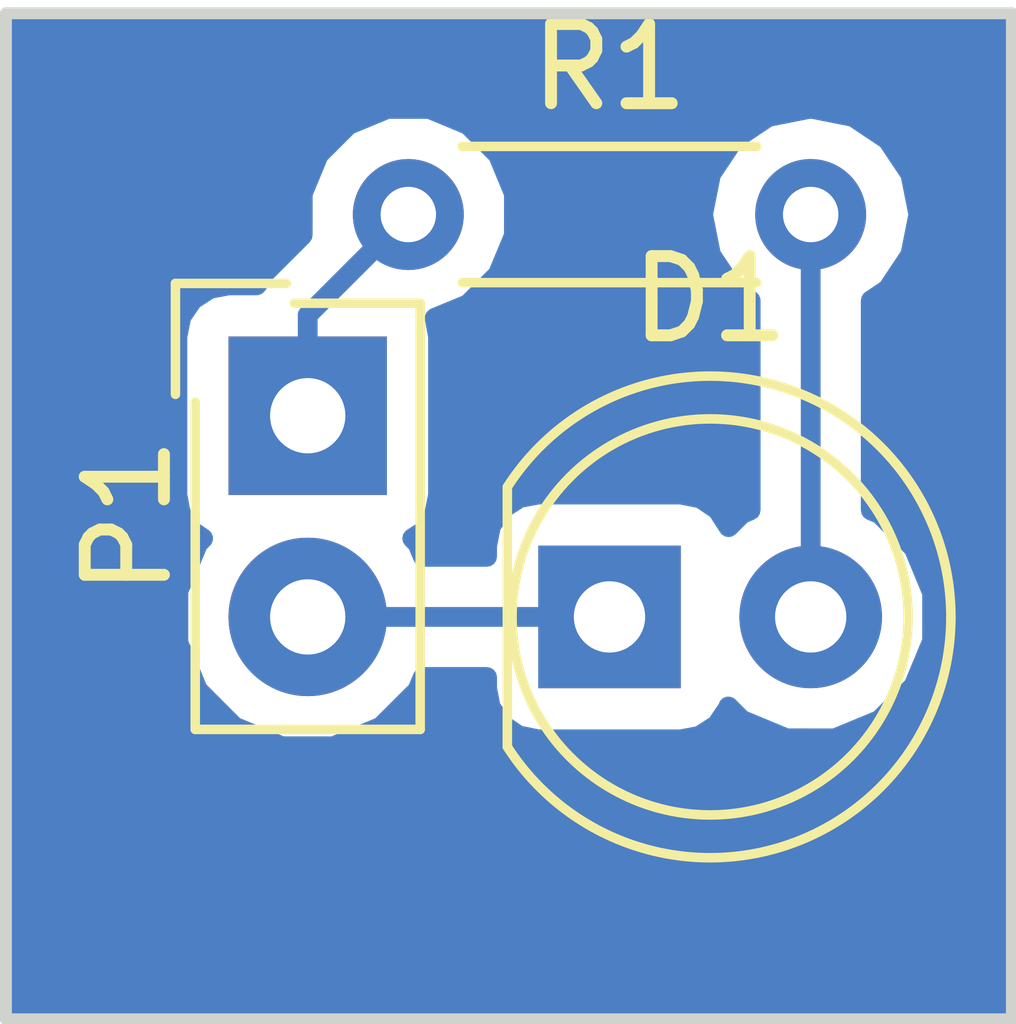
<source format=kicad_pcb>
(kicad_pcb (version 4) (host pcbnew 4.0.5)

  (general
    (links 3)
    (no_connects 0)
    (area 142.164999 96.444999 155.015001 109.295001)
    (thickness 1.6)
    (drawings 4)
    (tracks 4)
    (zones 0)
    (modules 3)
    (nets 4)
  )

  (page A4)
  (layers
    (0 F.Cu signal)
    (31 B.Cu signal)
    (32 B.Adhes user)
    (33 F.Adhes user)
    (34 B.Paste user)
    (35 F.Paste user)
    (36 B.SilkS user)
    (37 F.SilkS user)
    (38 B.Mask user)
    (39 F.Mask user)
    (40 Dwgs.User user)
    (41 Cmts.User user)
    (42 Eco1.User user)
    (43 Eco2.User user)
    (44 Edge.Cuts user)
    (45 Margin user)
    (46 B.CrtYd user)
    (47 F.CrtYd user)
    (48 B.Fab user)
    (49 F.Fab user)
  )

  (setup
    (last_trace_width 0.25)
    (trace_clearance 0.2)
    (zone_clearance 0.508)
    (zone_45_only no)
    (trace_min 0.2)
    (segment_width 0.2)
    (edge_width 0.15)
    (via_size 0.6)
    (via_drill 0.4)
    (via_min_size 0.4)
    (via_min_drill 0.3)
    (uvia_size 0.3)
    (uvia_drill 0.1)
    (uvias_allowed no)
    (uvia_min_size 0.2)
    (uvia_min_drill 0.1)
    (pcb_text_width 0.3)
    (pcb_text_size 1.5 1.5)
    (mod_edge_width 0.15)
    (mod_text_size 1 1)
    (mod_text_width 0.15)
    (pad_size 1.524 1.524)
    (pad_drill 0.762)
    (pad_to_mask_clearance 0.2)
    (aux_axis_origin 0 0)
    (visible_elements FFFFFF7F)
    (pcbplotparams
      (layerselection 0x00030_80000001)
      (usegerberextensions false)
      (excludeedgelayer true)
      (linewidth 0.100000)
      (plotframeref false)
      (viasonmask false)
      (mode 1)
      (useauxorigin false)
      (hpglpennumber 1)
      (hpglpenspeed 20)
      (hpglpendiameter 15)
      (hpglpenoverlay 2)
      (psnegative false)
      (psa4output false)
      (plotreference true)
      (plotvalue true)
      (plotinvisibletext false)
      (padsonsilk false)
      (subtractmaskfromsilk false)
      (outputformat 1)
      (mirror false)
      (drillshape 1)
      (scaleselection 1)
      (outputdirectory ""))
  )

  (net 0 "")
  (net 1 "Net-(D1-Pad1)")
  (net 2 "Net-(D1-Pad2)")
  (net 3 "Net-(P1-Pad1)")

  (net_class Default "This is the default net class."
    (clearance 0.2)
    (trace_width 0.25)
    (via_dia 0.6)
    (via_drill 0.4)
    (uvia_dia 0.3)
    (uvia_drill 0.1)
    (add_net "Net-(D1-Pad1)")
    (add_net "Net-(D1-Pad2)")
    (add_net "Net-(P1-Pad1)")
  )

  (module LEDs:LED_D5.0mm_FlatTop (layer F.Cu) (tedit 5880A862) (tstamp 5BA47E1C)
    (at 149.86 104.14)
    (descr "LED, Round, FlatTop, diameter 5.0mm, 2 pins, http://www.kingbright.com/attachments/file/psearch/000/00/00/L-483GDT(Ver.15B).pdf")
    (tags "LED Round FlatTop diameter 5.0mm 2 pins")
    (path /5B87DA8C)
    (fp_text reference D1 (at 1.27 -4.01) (layer F.SilkS)
      (effects (font (size 1 1) (thickness 0.15)))
    )
    (fp_text value LED (at 1.27 4.01) (layer F.Fab)
      (effects (font (size 1 1) (thickness 0.15)))
    )
    (fp_arc (start 1.27 0) (end -1.23 -1.566046) (angle 295.9) (layer F.Fab) (width 0.1))
    (fp_arc (start 1.27 0) (end -1.29 -1.639512) (angle 147.4) (layer F.SilkS) (width 0.12))
    (fp_arc (start 1.27 0) (end -1.29 1.639512) (angle -147.4) (layer F.SilkS) (width 0.12))
    (fp_circle (center 1.27 0) (end 3.77 0) (layer F.Fab) (width 0.1))
    (fp_circle (center 1.27 0) (end 3.77 0) (layer F.SilkS) (width 0.12))
    (fp_line (start -1.23 -1.566046) (end -1.23 1.566046) (layer F.Fab) (width 0.1))
    (fp_line (start -1.29 -1.64) (end -1.29 1.64) (layer F.SilkS) (width 0.12))
    (fp_line (start -2 -3.3) (end -2 3.3) (layer F.CrtYd) (width 0.05))
    (fp_line (start -2 3.3) (end 4.55 3.3) (layer F.CrtYd) (width 0.05))
    (fp_line (start 4.55 3.3) (end 4.55 -3.3) (layer F.CrtYd) (width 0.05))
    (fp_line (start 4.55 -3.3) (end -2 -3.3) (layer F.CrtYd) (width 0.05))
    (pad 1 thru_hole rect (at 0 0) (size 1.8 1.8) (drill 0.9) (layers *.Cu *.Mask)
      (net 1 "Net-(D1-Pad1)"))
    (pad 2 thru_hole circle (at 2.54 0) (size 1.8 1.8) (drill 0.9) (layers *.Cu *.Mask)
      (net 2 "Net-(D1-Pad2)"))
    (model ${KISYS3DMOD}/LEDs.3dshapes/LED_D5.0mm_FlatTop.wrl
      (at (xyz 0 0 0))
      (scale (xyz 0.393701 0.393701 0.393701))
      (rotate (xyz 0 0 0))
    )
  )

  (module Connectors_Samtec:SL-102-X-XX_1x02 (layer F.Cu) (tedit 590274D5) (tstamp 5BA47E22)
    (at 146.05 101.6)
    (descr "Low profile, screw machine socket strip, through hole, 100mil / 2.54mm pitch")
    (tags "samtec socket strip tht single")
    (path /5B87DAE8)
    (fp_text reference P1 (at -2.27 1.27 90) (layer F.SilkS)
      (effects (font (size 1 1) (thickness 0.15)))
    )
    (fp_text value CONN_01X02 (at 2.27 1.27 90) (layer F.Fab)
      (effects (font (size 1 1) (thickness 0.15)))
    )
    (fp_line (start -0.17 -1.42) (end 1.42 -1.42) (layer F.SilkS) (width 0.12))
    (fp_line (start 1.42 -1.42) (end 1.42 3.96) (layer F.SilkS) (width 0.12))
    (fp_line (start 1.42 3.96) (end -1.42 3.96) (layer F.SilkS) (width 0.12))
    (fp_line (start -1.42 3.96) (end -1.42 -0.17) (layer F.SilkS) (width 0.12))
    (fp_line (start -0.27 -1.67) (end -1.67 -1.67) (layer F.SilkS) (width 0.12))
    (fp_line (start -1.67 -1.67) (end -1.67 -0.27) (layer F.SilkS) (width 0.12))
    (fp_line (start -0.27 -1.67) (end -1.67 -1.67) (layer F.Fab) (width 0.1))
    (fp_line (start -1.67 -1.67) (end -1.67 -0.27) (layer F.Fab) (width 0.1))
    (fp_line (start -1.27 -1.27) (end -1.27 3.81) (layer F.Fab) (width 0.1))
    (fp_line (start -1.27 3.81) (end 1.27 3.81) (layer F.Fab) (width 0.1))
    (fp_line (start 1.27 3.81) (end 1.27 -1.27) (layer F.Fab) (width 0.1))
    (fp_line (start 1.27 -1.27) (end -1.27 -1.27) (layer F.Fab) (width 0.1))
    (fp_line (start -1.77 -1.77) (end -1.77 4.31) (layer F.CrtYd) (width 0.05))
    (fp_line (start -1.77 4.31) (end 1.77 4.31) (layer F.CrtYd) (width 0.05))
    (fp_line (start 1.77 4.31) (end 1.77 -1.77) (layer F.CrtYd) (width 0.05))
    (fp_line (start 1.77 -1.77) (end -1.77 -1.77) (layer F.CrtYd) (width 0.05))
    (fp_line (start -1.27 1.27) (end -1.07 1.27) (layer F.Fab) (width 0.1))
    (fp_line (start 1.27 1.27) (end 1.07 1.27) (layer F.Fab) (width 0.1))
    (fp_line (start -1.27 3.81) (end -1.07 3.81) (layer F.Fab) (width 0.1))
    (fp_line (start 1.27 3.81) (end 1.07 3.81) (layer F.Fab) (width 0.1))
    (fp_text user %R (at 0 1.27 90) (layer F.Fab)
      (effects (font (size 1 1) (thickness 0.15)))
    )
    (pad 1 thru_hole rect (at 0 0) (size 2 2) (drill 0.95) (layers *.Cu *.Mask)
      (net 3 "Net-(P1-Pad1)"))
    (pad 2 thru_hole circle (at 0 2.54) (size 2 2) (drill 0.95) (layers *.Cu *.Mask)
      (net 1 "Net-(D1-Pad1)"))
    (model ${KISYS3DMOD}/Connectors_Samtec.3dshapes/SL-102-X-XX_1x02.wrl
      (at (xyz 0 0 0))
      (scale (xyz 1 1 1))
      (rotate (xyz 0 0 0))
    )
  )

  (module Resistors_THT:R_Axial_DIN0204_L3.6mm_D1.6mm_P5.08mm_Horizontal (layer F.Cu) (tedit 5874F706) (tstamp 5BA47E28)
    (at 147.32 99.06)
    (descr "Resistor, Axial_DIN0204 series, Axial, Horizontal, pin pitch=5.08mm, 0.16666666666666666W = 1/6W, length*diameter=3.6*1.6mm^2, http://cdn-reichelt.de/documents/datenblatt/B400/1_4W%23YAG.pdf")
    (tags "Resistor Axial_DIN0204 series Axial Horizontal pin pitch 5.08mm 0.16666666666666666W = 1/6W length 3.6mm diameter 1.6mm")
    (path /5B87DAC3)
    (fp_text reference R1 (at 2.54 -1.86) (layer F.SilkS)
      (effects (font (size 1 1) (thickness 0.15)))
    )
    (fp_text value R (at 2.54 1.86) (layer F.Fab)
      (effects (font (size 1 1) (thickness 0.15)))
    )
    (fp_line (start 0.74 -0.8) (end 0.74 0.8) (layer F.Fab) (width 0.1))
    (fp_line (start 0.74 0.8) (end 4.34 0.8) (layer F.Fab) (width 0.1))
    (fp_line (start 4.34 0.8) (end 4.34 -0.8) (layer F.Fab) (width 0.1))
    (fp_line (start 4.34 -0.8) (end 0.74 -0.8) (layer F.Fab) (width 0.1))
    (fp_line (start 0 0) (end 0.74 0) (layer F.Fab) (width 0.1))
    (fp_line (start 5.08 0) (end 4.34 0) (layer F.Fab) (width 0.1))
    (fp_line (start 0.68 -0.86) (end 4.4 -0.86) (layer F.SilkS) (width 0.12))
    (fp_line (start 0.68 0.86) (end 4.4 0.86) (layer F.SilkS) (width 0.12))
    (fp_line (start -0.95 -1.15) (end -0.95 1.15) (layer F.CrtYd) (width 0.05))
    (fp_line (start -0.95 1.15) (end 6.05 1.15) (layer F.CrtYd) (width 0.05))
    (fp_line (start 6.05 1.15) (end 6.05 -1.15) (layer F.CrtYd) (width 0.05))
    (fp_line (start 6.05 -1.15) (end -0.95 -1.15) (layer F.CrtYd) (width 0.05))
    (pad 1 thru_hole circle (at 0 0) (size 1.4 1.4) (drill 0.7) (layers *.Cu *.Mask)
      (net 3 "Net-(P1-Pad1)"))
    (pad 2 thru_hole oval (at 5.08 0) (size 1.4 1.4) (drill 0.7) (layers *.Cu *.Mask)
      (net 2 "Net-(D1-Pad2)"))
    (model ${KISYS3DMOD}/Resistors_THT.3dshapes/R_Axial_DIN0204_L3.6mm_D1.6mm_P5.08mm_Horizontal.wrl
      (at (xyz 0 0 0))
      (scale (xyz 0.393701 0.393701 0.393701))
      (rotate (xyz 0 0 0))
    )
  )

  (gr_line (start 142.24 109.22) (end 142.24 96.52) (angle 90) (layer Edge.Cuts) (width 0.15))
  (gr_line (start 154.94 109.22) (end 142.24 109.22) (angle 90) (layer Edge.Cuts) (width 0.15))
  (gr_line (start 154.94 96.52) (end 154.94 109.22) (angle 90) (layer Edge.Cuts) (width 0.15))
  (gr_line (start 142.24 96.52) (end 154.94 96.52) (angle 90) (layer Edge.Cuts) (width 0.15))

  (segment (start 149.86 104.14) (end 146.05 104.14) (width 0.25) (layer B.Cu) (net 1) (status C00000))
  (segment (start 152.4 104.14) (end 152.4 99.06) (width 0.25) (layer B.Cu) (net 2) (status C00000))
  (segment (start 146.05 101.6) (end 146.05 100.33) (width 0.25) (layer B.Cu) (net 3) (status 400000))
  (segment (start 146.05 100.33) (end 147.32 99.06) (width 0.25) (layer B.Cu) (net 3) (tstamp 5BA47E60) (status 800000))

  (zone (net 0) (net_name "") (layer B.Cu) (tstamp 5BA47E64) (hatch edge 0.508)
    (connect_pads (clearance 0.508))
    (min_thickness 0.254)
    (fill yes (arc_segments 16) (thermal_gap 0.508) (thermal_bridge_width 0.508))
    (polygon
      (pts
        (xy 142.24 96.52) (xy 154.94 96.52) (xy 154.94 109.22) (xy 142.24 109.22)
      )
    )
    (filled_polygon
      (pts
        (xy 154.813 109.093) (xy 142.367 109.093) (xy 142.367 100.6) (xy 144.40256 100.6) (xy 144.40256 102.6)
        (xy 144.446838 102.835317) (xy 144.58591 103.051441) (xy 144.728561 103.14891) (xy 144.664722 103.212637) (xy 144.415284 103.813352)
        (xy 144.414716 104.463795) (xy 144.663106 105.064943) (xy 145.122637 105.525278) (xy 145.723352 105.774716) (xy 146.373795 105.775284)
        (xy 146.974943 105.526894) (xy 147.435278 105.067363) (xy 147.504773 104.9) (xy 148.31256 104.9) (xy 148.31256 105.04)
        (xy 148.356838 105.275317) (xy 148.49591 105.491441) (xy 148.70811 105.636431) (xy 148.96 105.68744) (xy 150.76 105.68744)
        (xy 150.995317 105.643162) (xy 151.211441 105.50409) (xy 151.356431 105.29189) (xy 151.360567 105.271466) (xy 151.529357 105.440551)
        (xy 152.09333 105.674733) (xy 152.703991 105.675265) (xy 153.268371 105.442068) (xy 153.700551 105.010643) (xy 153.934733 104.44667)
        (xy 153.935265 103.836009) (xy 153.702068 103.271629) (xy 153.270643 102.839449) (xy 153.16 102.793506) (xy 153.16 100.1444)
        (xy 153.370142 100.003988) (xy 153.659533 99.570882) (xy 153.761154 99.06) (xy 153.659533 98.549118) (xy 153.370142 98.116012)
        (xy 152.937036 97.826621) (xy 152.426154 97.725) (xy 152.373846 97.725) (xy 151.862964 97.826621) (xy 151.429858 98.116012)
        (xy 151.140467 98.549118) (xy 151.038846 99.06) (xy 151.140467 99.570882) (xy 151.429858 100.003988) (xy 151.64 100.1444)
        (xy 151.64 102.793154) (xy 151.531629 102.837932) (xy 151.363387 103.00588) (xy 151.363162 103.004683) (xy 151.22409 102.788559)
        (xy 151.01189 102.643569) (xy 150.76 102.59256) (xy 148.96 102.59256) (xy 148.724683 102.636838) (xy 148.508559 102.77591)
        (xy 148.363569 102.98811) (xy 148.31256 103.24) (xy 148.31256 103.38) (xy 147.505047 103.38) (xy 147.436894 103.215057)
        (xy 147.370379 103.148426) (xy 147.501441 103.06409) (xy 147.646431 102.85189) (xy 147.69744 102.6) (xy 147.69744 100.6)
        (xy 147.653534 100.366659) (xy 148.075229 100.192418) (xy 148.451098 99.817204) (xy 148.654768 99.326713) (xy 148.655231 98.795617)
        (xy 148.452418 98.304771) (xy 148.077204 97.928902) (xy 147.586713 97.725232) (xy 147.055617 97.724769) (xy 146.564771 97.927582)
        (xy 146.188902 98.302796) (xy 145.985232 98.793287) (xy 145.984772 99.320426) (xy 145.512599 99.792599) (xy 145.405717 99.95256)
        (xy 145.05 99.95256) (xy 144.814683 99.996838) (xy 144.598559 100.13591) (xy 144.453569 100.34811) (xy 144.40256 100.6)
        (xy 142.367 100.6) (xy 142.367 96.647) (xy 154.813 96.647)
      )
    )
  )
)

</source>
